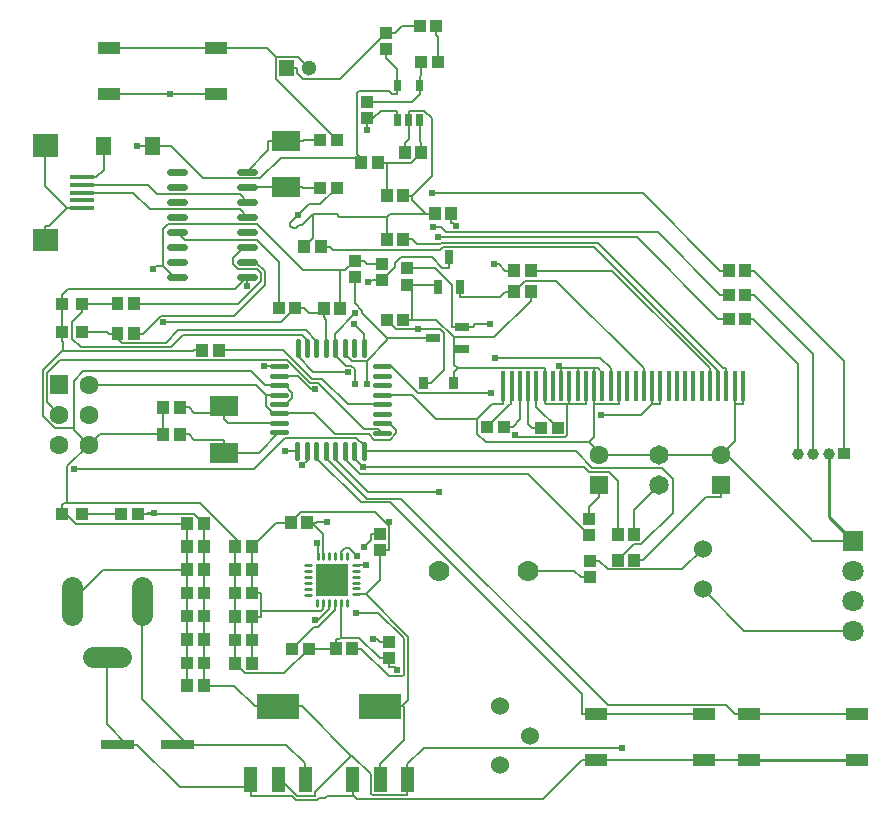
<source format=gtl>
G04 Layer: TopLayer*
G04 EasyEDA v6.4.7, 2020-10-11T20:05:18--4:00*
G04 e6b0d2e49f2c434995fed72e9f85cac0,1eb4b4baf0c945e885b29d49d8d6ac6e,10*
G04 Gerber Generator version 0.2*
G04 Scale: 100 percent, Rotated: No, Reflected: No *
G04 Dimensions in millimeters *
G04 leading zeros omitted , absolute positions ,3 integer and 3 decimal *
%FSLAX33Y33*%
%MOMM*%
G90*
D02*

%ADD10C,0.254000*%
%ADD11C,0.159995*%
%ADD12C,0.200000*%
%ADD13C,0.599999*%
%ADD14C,0.280010*%
%ADD15C,0.450012*%
%ADD16C,0.610006*%
%ADD17R,0.999998X1.099998*%
%ADD18R,2.400046X1.699997*%
%ADD19R,1.999996X0.450012*%
%ADD25R,1.099998X0.999998*%
%ADD28R,0.699999X1.250010*%
%ADD29R,1.250010X0.699999*%
%ADD31R,1.899996X0.999998*%
%ADD32R,1.092200X0.990600*%
%ADD33R,0.350520X2.499360*%
%ADD35C,0.999998*%
%ADD36C,1.524000*%
%ADD37C,1.778000*%
%ADD39C,1.299997*%
%ADD40R,1.799996X1.799996*%
%ADD41C,1.799996*%
%ADD42R,1.599997X1.524000*%
%ADD43C,1.599997*%
%ADD44C,1.651000*%

%LPD*%
G54D11*
G01X47500Y23938D02*
G01X42333Y29105D01*
G01X28188Y29105D01*
G01X26849Y30441D01*
G01X26849Y31053D01*
G01X11498Y46712D02*
G01X10885Y46712D01*
G01X10631Y46458D01*
G01X11498Y46712D02*
G01X12361Y45849D01*
G01X12651Y45849D01*
G01X26484Y46364D02*
G01X23342Y46364D01*
G01X19415Y50294D01*
G01X11884Y50294D01*
G01X11498Y49907D01*
G01X11498Y46712D01*
G01X28256Y55699D02*
G01X28256Y55501D01*
G01X28256Y55699D02*
G01X28256Y55897D01*
G01X10568Y56898D02*
G01X9692Y56898D01*
G01X9290Y56910D02*
G01X9676Y56910D01*
G01X9692Y56898D01*
G01X10080Y25783D02*
G01X14083Y25783D01*
G01X14927Y24939D01*
G01X9339Y25783D02*
G01X10080Y25783D01*
G01X10725Y25798D02*
G01X10095Y25798D01*
G01X10080Y25783D01*
G01X31320Y62028D02*
G01X31320Y61287D01*
G01X31320Y61287D02*
G01X30850Y61287D01*
G01X30606Y61528D01*
G01X28079Y61528D01*
G01X27911Y61363D01*
G01X27911Y56242D01*
G01X28256Y55897D01*
G01X30355Y64345D02*
G01X31320Y63380D01*
G01X31320Y62028D01*
G01X10568Y56898D02*
G01X12120Y56898D01*
G01X14838Y54182D01*
G01X19717Y54182D01*
G01X21431Y55897D01*
G01X28256Y55897D01*
G01X28084Y47185D02*
G01X27688Y47185D01*
G01X30024Y33443D02*
G01X30598Y33443D01*
G01X31210Y32828D01*
G01X31210Y32567D01*
G01X30690Y32046D01*
G01X29359Y32046D01*
G01X28907Y32498D01*
G01X26003Y32498D01*
G01X24248Y34253D01*
G01X21287Y34253D01*
G01X27411Y5259D02*
G01X24365Y2214D01*
G01X24365Y1940D01*
G01X24319Y1891D01*
G01X22844Y1891D01*
G01X21482Y3253D01*
G01X21223Y3253D01*
G01X32145Y1932D02*
G01X29214Y1932D01*
G01X29072Y2074D01*
G01X29072Y3700D01*
G01X27510Y5259D01*
G01X27411Y5259D01*
G01X27411Y5259D02*
G01X23217Y9450D01*
G01X20177Y35851D02*
G01X21287Y35851D01*
G01X5209Y36705D02*
G01X19323Y36705D01*
G01X20177Y35851D01*
G01X20177Y35851D02*
G01X20177Y34901D01*
G01X20824Y34253D01*
G01X21287Y34253D01*
G01X26484Y46364D02*
G01X26870Y46364D01*
G01X27688Y47185D01*
G01X26484Y46364D02*
G01X26484Y43182D01*
G01X32145Y3253D02*
G01X32145Y1932D01*
G01X32145Y3913D02*
G01X32145Y3253D01*
G01X32145Y3913D02*
G01X32145Y4574D01*
G01X28084Y47185D02*
G01X28480Y47185D01*
G01X21223Y9450D02*
G01X19229Y9450D01*
G01X14927Y11200D02*
G01X17479Y11200D01*
G01X19229Y9450D01*
G01X14927Y11200D02*
G01X14927Y13164D01*
G01X50352Y5968D02*
G01X33540Y5968D01*
G01X32145Y4574D01*
G01X14927Y21015D02*
G01X14927Y22183D01*
G01X14927Y19052D02*
G01X14927Y21015D01*
G01X14927Y22976D02*
G01X14927Y22183D01*
G01X14927Y24939D02*
G01X14927Y22976D01*
G01X14927Y17088D02*
G01X14927Y19052D01*
G01X14927Y15125D02*
G01X14927Y17088D01*
G01X21223Y9450D02*
G01X23217Y9450D01*
G01X30355Y65086D02*
G01X30355Y64345D01*
G01X14927Y13164D02*
G01X14927Y15125D01*
G01X29974Y46928D02*
G01X28734Y46928D01*
G01X28480Y47185D01*
G01X69852Y15877D02*
G01X60657Y15877D01*
G01X57152Y19382D01*
G01X2930Y41150D02*
G01X2930Y43563D01*
G01X2930Y40781D02*
G01X2930Y41150D01*
G01X38079Y33822D02*
G01X34609Y33822D01*
G01X32592Y35841D01*
G01X30024Y35841D01*
G01X40273Y35084D02*
G01X39341Y35084D01*
G01X38079Y33822D01*
G01X24159Y51122D02*
G01X23225Y50187D01*
G01X22948Y50187D01*
G01X22709Y49948D01*
G01X22442Y49948D01*
G01X22252Y50139D01*
G01X22252Y50405D01*
G01X22884Y51038D01*
G01X30415Y50895D02*
G01X26392Y50895D01*
G01X26166Y51122D01*
G01X24159Y51122D01*
G01X23430Y48389D02*
G01X24159Y49117D01*
G01X24159Y51122D01*
G01X22864Y51058D02*
G01X22884Y51038D01*
G01X22884Y51038D02*
G01X23799Y51952D01*
G01X24777Y51952D01*
G01X26166Y53342D01*
G01X18594Y45849D02*
G01X17558Y44812D01*
G01X3443Y44812D01*
G01X2930Y44299D01*
G01X47548Y31853D02*
G01X38780Y31853D01*
G01X38079Y32554D01*
G01X38079Y33822D01*
G01X47977Y35087D02*
G01X47977Y32282D01*
G01X47548Y31853D01*
G01X48389Y30736D02*
G01X48389Y31012D01*
G01X47548Y31853D01*
G01X45259Y38071D02*
G01X45259Y38079D01*
G01X45028Y38307D01*
G01X45259Y38071D02*
G01X45178Y37990D01*
G01X46577Y38071D02*
G01X45259Y38071D01*
G01X41210Y46357D02*
G01X40469Y46357D01*
G01X39514Y46882D02*
G01X39943Y46882D01*
G01X40469Y46357D01*
G01X27781Y21437D02*
G01X28653Y21437D01*
G01X18594Y45849D02*
G01X18594Y45094D01*
G01X18566Y45066D01*
G01X30609Y13524D02*
G01X29816Y13524D01*
G01X29816Y13524D02*
G01X28069Y15272D01*
G01X26537Y15272D01*
G01X21287Y36651D02*
G01X20139Y36651D01*
G01X18958Y37832D01*
G01X4726Y37832D01*
G01X3939Y37045D01*
G01X3939Y33044D01*
G01X31304Y12557D02*
G01X31076Y12783D01*
G01X30609Y12783D01*
G01X30609Y13524D02*
G01X30609Y12783D01*
G01X2930Y40781D02*
G01X2930Y40413D01*
G01X26097Y14353D02*
G01X26097Y15145D01*
G01X26537Y15272D02*
G01X26537Y18196D01*
G01X26097Y15145D02*
G01X26407Y15145D01*
G01X26537Y15272D01*
G01X23817Y14353D02*
G01X26097Y14353D01*
G01X17588Y13108D02*
G01X17588Y13090D01*
G01X18389Y12290D01*
G01X21754Y12290D01*
G01X23817Y14353D01*
G01X17588Y13108D02*
G01X17588Y13083D01*
G01X17588Y15064D02*
G01X17588Y13108D01*
G01X33738Y51183D02*
G01X30705Y51183D01*
G01X30415Y50895D01*
G01X30415Y49816D02*
G01X30415Y50895D01*
G01X14794Y39626D02*
G01X14053Y39626D01*
G01X2978Y39653D02*
G01X3075Y39557D01*
G01X13984Y39557D01*
G01X14053Y39626D01*
G01X3939Y33044D02*
G01X2315Y33044D01*
G01X1274Y34083D01*
G01X1274Y37949D01*
G01X2978Y39653D01*
G01X2978Y39653D02*
G01X2978Y40365D01*
G01X2930Y40413D01*
G01X3939Y33044D02*
G01X3939Y32895D01*
G01X5209Y31625D01*
G01X21287Y35054D02*
G01X21873Y35054D01*
G01X22412Y35592D01*
G01X22412Y36009D01*
G01X21769Y36651D01*
G01X21287Y36651D01*
G01X3357Y26654D02*
G01X14632Y26654D01*
G01X17944Y23344D01*
G01X17588Y22989D01*
G01X2930Y26519D02*
G01X3065Y26654D01*
G01X3357Y26654D01*
G01X3357Y26654D02*
G01X3357Y29773D01*
G01X5209Y31625D01*
G01X11492Y34800D02*
G01X11492Y32514D01*
G01X31939Y56390D02*
G01X31939Y57182D01*
G01X32260Y59133D02*
G01X32260Y59874D01*
G01X32559Y52707D02*
G01X34208Y54355D01*
G01X34208Y59277D01*
G01X33611Y59874D01*
G01X32260Y59874D01*
G01X32478Y52707D02*
G01X32559Y52707D01*
G01X31818Y52707D02*
G01X32478Y52707D01*
G01X30415Y49024D02*
G01X30415Y49816D01*
G01X21010Y64429D02*
G01X21010Y62559D01*
G01X26166Y57406D01*
G01X69852Y23497D02*
G01X66423Y23497D01*
G01X66296Y23624D01*
G01X66296Y23624D02*
G01X59184Y30736D01*
G01X58676Y30736D01*
G01X27548Y1932D02*
G01X27510Y1891D01*
G01X25353Y1891D01*
G01X25193Y1731D01*
G01X24708Y1731D01*
G01X24546Y1569D01*
G01X22709Y1569D01*
G01X22387Y1891D01*
G01X18950Y1891D01*
G01X18912Y1932D01*
G01X47977Y36578D02*
G01X47977Y35087D01*
G01X47977Y35087D02*
G01X50078Y35087D01*
G01X50078Y36578D02*
G01X50078Y35087D01*
G01X11492Y32514D02*
G01X6098Y32514D01*
G01X5209Y31625D01*
G01X3733Y18353D02*
G01X6392Y21015D01*
G01X13527Y21015D01*
G01X8442Y6225D02*
G01X6733Y7934D01*
G01X6733Y13654D01*
G01X8442Y6225D02*
G01X9265Y6225D01*
G01X7622Y6225D02*
G01X8442Y6225D01*
G01X46966Y4909D02*
G01X43664Y1607D01*
G01X27870Y1607D01*
G01X27548Y1932D01*
G01X17588Y21007D02*
G01X17588Y22989D01*
G01X48157Y4909D02*
G01X46966Y4909D01*
G01X57258Y4909D02*
G01X48157Y4909D01*
G01X40273Y36575D02*
G01X40273Y35084D01*
G01X47977Y38071D02*
G01X48328Y38071D01*
G01X48678Y37721D01*
G01X48678Y37324D01*
G01X13527Y13164D02*
G01X13527Y11200D01*
G01X13527Y22976D02*
G01X13527Y21015D01*
G01X13527Y21015D02*
G01X13527Y19052D01*
G01X13527Y24939D02*
G01X13527Y22976D01*
G01X2930Y26097D02*
G01X4088Y24939D01*
G01X13527Y24939D01*
G01X2930Y26097D02*
G01X2930Y26519D01*
G01X2930Y25783D02*
G01X2930Y26097D01*
G01X13527Y17088D02*
G01X13527Y19052D01*
G01X13527Y15125D02*
G01X13527Y17088D01*
G01X18912Y2592D02*
G01X12897Y2592D01*
G01X9265Y6225D01*
G01X18912Y2592D02*
G01X18912Y1932D01*
G01X18912Y3253D02*
G01X18912Y2592D01*
G01X59872Y35089D02*
G01X59872Y31932D01*
G01X58676Y30736D01*
G01X32260Y59133D02*
G01X32260Y57499D01*
G01X31939Y57182D01*
G01X17588Y19026D02*
G01X17588Y21007D01*
G01X34479Y51183D02*
G01X33738Y51183D01*
G01X33738Y51183D02*
G01X32559Y52361D01*
G01X32559Y52707D01*
G01X27548Y3253D02*
G01X27548Y1932D01*
G01X13527Y13164D02*
G01X13527Y15125D01*
G01X17588Y17045D02*
G01X17588Y19026D01*
G01X17588Y15064D02*
G01X17588Y17045D01*
G01X47977Y37324D02*
G01X47977Y36578D01*
G01X47977Y37324D02*
G01X47977Y38071D01*
G01X15983Y65198D02*
G01X20243Y65198D01*
G01X21010Y64429D01*
G01X23811Y63502D02*
G01X22884Y64429D01*
G01X21010Y64429D01*
G01X6882Y65198D02*
G01X15983Y65198D01*
G01X2930Y43563D02*
G01X2930Y44299D01*
G01X47627Y20382D02*
G01X46834Y20382D01*
G01X42409Y20957D02*
G01X46263Y20957D01*
G01X46834Y20382D01*
G01X61111Y4909D02*
G01X57258Y4909D01*
G01X45178Y36578D02*
G01X45178Y37990D01*
G01X46577Y37990D02*
G01X46577Y38071D01*
G01X46577Y36578D02*
G01X46577Y37990D01*
G01X47977Y38071D02*
G01X46577Y38071D01*
G01X48678Y36578D02*
G01X48678Y37324D01*
G01X59872Y35168D02*
G01X59872Y35089D01*
G01X59872Y36580D02*
G01X59872Y35168D01*
G01X60570Y36580D02*
G01X60570Y35089D01*
G01X60570Y35089D02*
G01X59872Y35089D01*
G01X53469Y30736D02*
G01X58676Y30736D01*
G01X53469Y30736D02*
G01X48389Y30736D01*
G01X30024Y35043D02*
G01X27108Y35043D01*
G01X24952Y37200D01*
G01X24055Y37200D01*
G01X21630Y39626D01*
G01X16197Y39626D01*
G01X16639Y33763D02*
G01X16948Y33453D01*
G01X21287Y33453D01*
G01X12895Y34800D02*
G01X13636Y34800D01*
G01X16639Y34309D02*
G01X14126Y34309D01*
G01X13636Y34800D01*
G01X16639Y34309D02*
G01X16639Y33763D01*
G01X16639Y34855D02*
G01X16639Y34309D01*
G01X12895Y32514D02*
G01X13636Y32514D01*
G01X16639Y30934D02*
G01X16639Y32026D01*
G01X16639Y32026D02*
G01X14124Y32026D01*
G01X13636Y32514D01*
G01X21287Y32653D02*
G01X19567Y30934D01*
G01X16639Y30934D01*
G01X12028Y61297D02*
G01X15983Y61297D01*
G01X8074Y61297D02*
G01X12028Y61297D01*
G01X22674Y43182D02*
G01X21480Y41990D01*
G01X11505Y41990D01*
G01X25081Y42785D02*
G01X23811Y42785D01*
G01X23415Y43182D01*
G01X6882Y61297D02*
G01X8074Y61297D01*
G01X22674Y43182D02*
G01X23415Y43182D01*
G01X25081Y42785D02*
G01X25081Y42389D01*
G01X25081Y43182D02*
G01X25081Y42785D01*
G01X25262Y39816D02*
G01X25262Y42209D01*
G01X25081Y42389D01*
G01X12651Y49659D02*
G01X13362Y48947D01*
G01X19415Y48947D01*
G01X21274Y47088D01*
G01X21274Y43182D01*
G01X21846Y57334D02*
G01X20403Y57334D01*
G01X20403Y57334D02*
G01X20403Y56547D01*
G01X18594Y54739D01*
G01X22567Y57334D02*
G01X21846Y57334D01*
G01X22567Y57334D02*
G01X23288Y57334D01*
G01X24767Y57406D02*
G01X23359Y57406D01*
G01X23288Y57334D01*
G01X22348Y53413D02*
G01X22293Y53469D01*
G01X18594Y53469D01*
G01X22348Y53413D02*
G01X23288Y53413D01*
G01X21846Y53413D02*
G01X22348Y53413D01*
G01X24767Y53342D02*
G01X23359Y53342D01*
G01X23288Y53413D01*
G01X4584Y53611D02*
G01X10207Y53611D01*
G01X10984Y52834D01*
G01X17959Y52834D01*
G01X18594Y52199D01*
G01X4584Y52961D02*
G01X8950Y52961D01*
G01X10347Y51564D01*
G01X17959Y51564D01*
G01X18594Y50929D01*
G01X18594Y48389D02*
G01X18358Y48389D01*
G01X17395Y47426D01*
G01X17395Y46913D01*
G01X17825Y46484D01*
G01X19443Y46484D01*
G01X19747Y46179D01*
G01X19747Y45470D01*
G01X17840Y43563D01*
G01X9763Y43563D01*
G01X9021Y43563D02*
G01X9763Y43563D01*
G01X18594Y47119D02*
G01X19265Y47119D01*
G01X20070Y46311D01*
G01X20070Y45099D01*
G01X17507Y42536D01*
G01X11277Y42536D01*
G01X9763Y41023D01*
G01X9021Y41023D02*
G01X9763Y41023D01*
G01X1515Y48960D02*
G01X1515Y50154D01*
G01X1515Y50154D02*
G01X1835Y50154D01*
G01X3342Y51660D01*
G01X1515Y56961D02*
G01X1515Y53489D01*
G01X3342Y51660D01*
G01X4584Y51660D02*
G01X3342Y51660D01*
G01X4584Y54261D02*
G01X5828Y54261D01*
G01X6453Y56898D02*
G01X6453Y55920D01*
G01X6453Y55920D02*
G01X6453Y54886D01*
G01X5828Y54261D01*
G54D12*
G01X13552Y6225D02*
G01X21917Y6225D01*
G01X23509Y4632D01*
G01X9732Y18353D02*
G01X9732Y10045D01*
G01X13552Y6225D01*
G01X23509Y3253D02*
G01X23509Y4632D01*
G01X12702Y6225D02*
G01X13552Y6225D01*
G54D11*
G01X30024Y38241D02*
G01X30809Y38241D01*
G01X33049Y36001D01*
G01X39206Y36001D01*
G01X48292Y21785D02*
G01X48419Y21785D01*
G01X48274Y21785D02*
G01X48292Y21785D01*
G01X47627Y21785D02*
G01X48274Y21785D01*
G01X57152Y22783D02*
G01X55422Y21053D01*
G01X49148Y21053D01*
G01X48419Y21785D01*
G01X60774Y46357D02*
G01X61515Y46357D01*
G01X61515Y46357D02*
G01X69135Y38737D01*
G01X69135Y30863D01*
G01X66534Y30863D02*
G01X66534Y39305D01*
G01X61515Y44325D01*
G01X60774Y44325D02*
G01X61515Y44325D01*
G01X65234Y30863D02*
G01X65234Y38447D01*
G01X61388Y42293D01*
G01X60773Y42293D02*
G01X61388Y42293D01*
G01X21287Y38251D02*
G01X19986Y38251D01*
G01X59371Y46357D02*
G01X58630Y46357D01*
G01X34284Y52905D02*
G01X52082Y52905D01*
G01X58630Y46357D01*
G01X22851Y31053D02*
G01X21800Y31053D01*
G01X59374Y44325D02*
G01X58630Y44325D01*
G01X34299Y50017D02*
G01X35020Y50017D01*
G01X35445Y49592D01*
G01X53362Y49592D01*
G01X58630Y44325D01*
G01X58503Y42293D02*
G01X51569Y49227D01*
G01X34792Y49227D01*
G01X59372Y42293D02*
G01X58503Y42293D01*
G01X23651Y31053D02*
G01X23651Y30253D01*
G01X23260Y29862D01*
G01X28460Y39816D02*
G01X28460Y40964D01*
G01X27621Y41805D01*
G01X28996Y59244D02*
G01X28767Y59018D01*
G01X28767Y58259D01*
G01X28996Y59244D02*
G01X29285Y59244D01*
G01X28704Y59244D02*
G01X28996Y59244D01*
G01X29285Y59244D02*
G01X29915Y59874D01*
G01X31320Y59874D01*
G01X31320Y59133D02*
G01X31320Y59874D01*
G01X30400Y55501D02*
G01X32453Y55501D01*
G01X33342Y56390D01*
G01X29659Y55501D02*
G01X30400Y55501D01*
G01X30415Y52707D02*
G01X30415Y55483D01*
G01X30400Y55501D01*
G01X33342Y56390D02*
G01X33342Y57182D01*
G01X33199Y59133D02*
G01X33199Y57322D01*
G01X33342Y57182D01*
G01X33199Y62028D02*
G01X33199Y62770D01*
G01X33339Y64010D02*
G01X33339Y62910D01*
G01X33199Y62770D01*
G01X33199Y62028D02*
G01X33199Y61287D01*
G01X28704Y60647D02*
G01X32559Y60647D01*
G01X33199Y61287D01*
G01X30355Y66486D02*
G01X31147Y66486D01*
G01X33212Y67058D02*
G01X31716Y67058D01*
G01X31147Y66486D01*
G01X21912Y63502D02*
G01X22803Y63502D01*
G01X22803Y63502D02*
G01X22803Y63054D01*
G01X23286Y62572D01*
G01X26440Y62572D01*
G01X30355Y66486D01*
G01X34612Y67058D02*
G01X34612Y66265D01*
G01X34739Y64010D02*
G01X34739Y66138D01*
G01X34612Y66265D01*
G01X41068Y33149D02*
G01X41678Y33758D01*
G01X41678Y36578D01*
G01X40327Y33149D02*
G01X41068Y33149D01*
G01X40977Y36578D02*
G01X40977Y35087D01*
G01X40977Y35087D02*
G01X40862Y35087D01*
G01X38927Y33149D01*
G01X43077Y36578D02*
G01X43077Y34843D01*
G01X44899Y33022D01*
G01X43499Y33022D02*
G01X42755Y33022D01*
G01X42379Y36578D02*
G01X42379Y33400D01*
G01X42755Y33022D01*
G01X30436Y24911D02*
G01X30568Y25043D01*
G01X30436Y24911D02*
G01X30639Y24711D01*
G01X30639Y22668D01*
G01X22287Y25021D02*
G01X23154Y25884D01*
G01X29463Y25884D01*
G01X30436Y24911D01*
G01X45691Y35087D02*
G01X45691Y32414D01*
G01X45506Y32229D01*
G01X41472Y32229D01*
G01X41294Y32407D01*
G01X45691Y35087D02*
G01X45876Y35087D01*
G01X43778Y35165D02*
G01X43857Y35087D01*
G01X45691Y35087D01*
G01X47279Y35087D02*
G01X45876Y35087D01*
G01X28620Y18937D02*
G01X32249Y15305D01*
G01X32249Y10019D01*
G01X31680Y9450D01*
G01X27781Y18937D02*
G01X28620Y18937D01*
G01X29847Y22668D02*
G01X29847Y20164D01*
G01X28620Y18937D01*
G01X42613Y44579D02*
G01X42613Y43786D01*
G01X42613Y43786D02*
G01X39524Y40700D01*
G01X36077Y40700D01*
G01X19006Y22989D02*
G01X21038Y25021D01*
G01X22287Y25021D01*
G01X29847Y22668D02*
G01X30639Y22668D01*
G01X36070Y37202D02*
G01X36070Y36832D01*
G01X36070Y37202D02*
G01X36070Y37573D01*
G01X36077Y40700D02*
G01X36077Y39692D01*
G01X32559Y42166D02*
G01X34612Y42166D01*
G01X36077Y40700D01*
G01X18991Y21800D02*
G01X19006Y21818D01*
G01X19006Y22989D01*
G01X36407Y38071D02*
G01X36077Y38401D01*
G01X36077Y39692D01*
G01X43778Y38071D02*
G01X36407Y38071D01*
G01X36407Y38071D02*
G01X36070Y37731D01*
G01X36070Y37573D01*
G01X43778Y36578D02*
G01X43778Y38071D01*
G01X43778Y35871D02*
G01X43778Y36578D01*
G01X36377Y39692D02*
G01X36077Y39692D01*
G01X31680Y9450D02*
G01X31853Y9450D01*
G01X29859Y9450D02*
G01X31680Y9450D01*
G01X18991Y17045D02*
G01X19732Y17045D01*
G01X19732Y17550D02*
G01X19732Y19026D01*
G01X19732Y17045D02*
G01X19732Y17550D01*
G01X25038Y18196D02*
G01X25038Y17718D01*
G01X24871Y17550D01*
G01X19732Y17550D01*
G01X43778Y35871D02*
G01X43778Y35165D01*
G01X18991Y21007D02*
G01X18991Y21800D01*
G01X18991Y19026D02*
G01X18991Y21007D01*
G01X18991Y22989D02*
G01X19006Y22989D01*
G01X36377Y39692D02*
G01X36811Y39692D01*
G01X32559Y45147D02*
G01X32559Y42166D01*
G01X29859Y3253D02*
G01X29859Y4574D01*
G01X29859Y4574D02*
G01X31853Y6570D01*
G01X31853Y9450D01*
G01X18991Y17045D02*
G01X18991Y15064D01*
G01X18991Y13083D02*
G01X18991Y15064D01*
G01X18991Y19026D02*
G01X19732Y19026D01*
G01X32559Y45147D02*
G01X34739Y45147D01*
G01X32133Y45147D02*
G01X32559Y45147D01*
G01X31818Y42166D02*
G01X32559Y42166D01*
G01X34739Y44980D02*
G01X34739Y45147D01*
G01X45876Y35168D02*
G01X45876Y35087D01*
G01X45876Y36578D02*
G01X45876Y35168D01*
G01X47279Y36578D02*
G01X47279Y35087D01*
G01X57779Y38071D02*
G01X49491Y46357D01*
G01X42613Y46357D01*
G01X57779Y36578D02*
G01X57779Y38071D01*
G01X58477Y36578D02*
G01X58477Y37827D01*
G01X47926Y48378D01*
G01X35170Y48378D01*
G01X34904Y48109D01*
G01X25854Y48109D01*
G01X25574Y48389D01*
G01X24833Y48389D02*
G01X25574Y48389D01*
G01X59173Y38071D02*
G01X58912Y38071D01*
G01X48282Y48701D01*
G01X35038Y48701D01*
G01X34904Y48566D01*
G01X33016Y48566D01*
G01X32559Y49024D01*
G01X31818Y49024D02*
G01X32559Y49024D01*
G01X59173Y36580D02*
G01X59173Y38071D01*
G01X34172Y36832D02*
G01X35264Y37924D01*
G01X35264Y41056D01*
G01X34949Y41370D01*
G01X33034Y41370D01*
G01X39565Y38973D02*
G01X48475Y38973D01*
G01X49377Y38071D01*
G01X49377Y36578D02*
G01X49377Y38071D01*
G01X35882Y51183D02*
G01X35882Y50390D01*
G01X35882Y50390D02*
G01X35986Y50390D01*
G01X36237Y50139D01*
G01X30418Y42166D02*
G01X31210Y41370D01*
G01X33034Y41370D01*
G01X33530Y36832D02*
G01X34172Y36832D01*
G01X26059Y39816D02*
G01X26059Y39191D01*
G01X26948Y38302D01*
G01X27400Y38302D01*
G01X27723Y37982D01*
G01X27723Y36722D01*
G01X23690Y25021D02*
G01X24431Y25021D01*
G01X25318Y25046D02*
G01X24457Y25046D01*
G01X24431Y25021D01*
G01X27761Y42727D02*
G01X26059Y41025D01*
G01X26059Y39816D01*
G01X29974Y45528D02*
G01X29181Y45528D01*
G01X28818Y45384D02*
G01X29036Y45384D01*
G01X29181Y45528D01*
G01X35689Y46611D02*
G01X35097Y46611D01*
G01X34228Y47479D01*
G01X31604Y47479D01*
G01X31099Y46976D01*
G01X31099Y46656D01*
G01X29974Y45528D01*
G01X24060Y25021D02*
G01X25054Y24027D01*
G01X25054Y22193D01*
G01X23690Y25021D02*
G01X24060Y25021D01*
G01X35689Y47479D02*
G01X35689Y46611D01*
G01X41210Y44579D02*
G01X40469Y44579D01*
G01X36638Y44980D02*
G01X36638Y44111D01*
G01X36638Y44111D02*
G01X40004Y44111D01*
G01X40469Y44579D01*
G01X52178Y38071D02*
G01X44779Y45468D01*
G01X42099Y45468D01*
G01X41210Y44579D01*
G01X52178Y36578D02*
G01X52178Y38071D01*
G01X28711Y36740D02*
G01X28711Y38737D01*
G01X28711Y38737D02*
G01X30464Y40487D01*
G01X30464Y40642D01*
G01X26859Y39816D02*
G01X26859Y39313D01*
G01X27436Y38737D01*
G01X28711Y38737D01*
G01X29054Y24068D02*
G01X29054Y23517D01*
G01X28475Y22935D01*
G01X29847Y24068D02*
G01X29054Y24068D01*
G01X24553Y22193D02*
G01X24553Y23204D01*
G01X24487Y23270D01*
G01X27688Y45782D02*
G01X27688Y43575D01*
G01X28310Y42955D01*
G01X28310Y42795D01*
G01X30464Y40642D01*
G01X34312Y40642D02*
G01X30464Y40642D01*
G01X52877Y35087D02*
G01X51932Y34139D01*
G01X48531Y34139D01*
G01X36811Y41591D02*
G01X37680Y41591D01*
G01X39123Y41805D02*
G01X37891Y41805D01*
G01X37680Y41591D01*
G01X52877Y35460D02*
G01X52877Y35087D01*
G01X52877Y35831D02*
G01X52877Y35460D01*
G01X35945Y41591D02*
G01X35945Y45092D01*
G01X34487Y46550D01*
G01X32133Y46550D01*
G01X52877Y35831D02*
G01X52877Y36578D01*
G01X36811Y41591D02*
G01X35945Y41591D01*
G01X53578Y36578D02*
G01X53578Y35087D01*
G01X53578Y35087D02*
G01X52877Y35087D01*
G01X25539Y18196D02*
G01X25539Y17703D01*
G01X24579Y16743D01*
G01X24347Y16743D01*
G01X30609Y14927D02*
G01X29816Y14927D01*
G01X29227Y15173D02*
G01X29567Y15173D01*
G01X29816Y14927D01*
G01X26037Y18196D02*
G01X26037Y17632D01*
G01X24599Y16197D01*
G01X24259Y16197D01*
G01X22417Y14353D01*
G01X27500Y14353D02*
G01X28241Y14353D01*
G01X27911Y22171D02*
G01X27220Y22862D01*
G01X26885Y22862D01*
G01X26552Y22529D01*
G01X26552Y22193D01*
G01X28241Y14353D02*
G01X30591Y12003D01*
G01X31721Y12003D01*
G01X31856Y12138D01*
G01X31856Y15244D01*
G01X29697Y17401D01*
G01X27771Y17401D01*
G01X48389Y28196D02*
G01X48389Y27192D01*
G01X48389Y27192D02*
G01X47500Y26303D01*
G01X47500Y25338D01*
G01X27649Y31053D02*
G01X27649Y30461D01*
G01X28371Y29742D01*
G01X49973Y24005D02*
G01X49973Y28549D01*
G01X49191Y29333D01*
G01X47500Y29333D01*
G01X47091Y29742D01*
G01X28371Y29742D01*
G01X53469Y28196D02*
G01X51376Y26103D01*
G01X51376Y24005D01*
G01X28450Y31053D02*
G01X46400Y31053D01*
G01X47794Y29656D01*
G01X53682Y29656D01*
G01X54614Y28721D01*
G01X54614Y25851D01*
G01X51978Y23212D01*
G01X51340Y23212D01*
G01X49973Y21846D01*
G01X28450Y31053D02*
G01X28450Y31564D01*
G01X27837Y32176D01*
G01X21828Y32176D01*
G01X19204Y29552D01*
G01X3926Y29552D01*
G01X51376Y21846D02*
G01X52117Y21846D01*
G01X58676Y28196D02*
G01X58676Y27192D01*
G01X58676Y27192D02*
G01X57461Y27192D01*
G01X52117Y21846D01*
G01X27174Y37756D02*
G01X24208Y37756D01*
G01X22862Y39102D01*
G01X22862Y39816D01*
G01X4632Y43563D02*
G01X4632Y42826D01*
G01X4632Y42826D02*
G01X3784Y41975D01*
G01X3784Y40588D01*
G01X4492Y39880D01*
G01X12181Y39880D01*
G01X13184Y40883D01*
G01X23215Y40883D01*
G01X23662Y40436D01*
G01X23662Y39816D01*
G01X7619Y43563D02*
G01X4632Y43563D01*
G01X7248Y41023D02*
G01X8041Y40230D01*
G01X11703Y40230D01*
G01X12757Y41284D01*
G01X23560Y41284D01*
G01X24462Y40382D01*
G01X24462Y39816D01*
G01X7248Y41023D02*
G01X6877Y41023D01*
G01X7619Y41023D02*
G01X7248Y41023D01*
G01X4632Y41150D02*
G01X6750Y41150D01*
G01X6877Y41023D01*
G01X30024Y32643D02*
G01X29702Y32966D01*
G01X28467Y32966D01*
G01X24556Y36877D01*
G01X23921Y36877D01*
G01X21983Y38815D01*
G01X2742Y38815D01*
G01X1627Y37700D01*
G01X1627Y35206D01*
G01X2669Y34165D01*
G01X26049Y31053D02*
G01X26049Y30405D01*
G01X28858Y27596D01*
G01X34810Y27596D01*
G01X59920Y8810D02*
G01X59176Y9552D01*
G01X49140Y9552D01*
G01X31645Y27047D01*
G01X28706Y27047D01*
G01X25252Y30502D01*
G01X25252Y31053D01*
G01X61111Y8810D02*
G01X59920Y8810D01*
G01X70212Y8810D02*
G01X61111Y8810D01*
G01X46966Y8810D02*
G01X46966Y10471D01*
G01X30713Y26725D01*
G01X28216Y26725D01*
G01X24452Y30489D01*
G01X24452Y31053D01*
G01X48157Y8810D02*
G01X46966Y8810D01*
G01X57258Y8810D02*
G01X48157Y8810D01*
G01X21287Y37451D02*
G01X22884Y37451D01*
G01X24007Y36331D01*
G01X24317Y36331D01*
G01X4632Y25783D02*
G01X7939Y25783D01*
G54D10*
G01X70211Y4910D02*
G01X61111Y4910D01*
G01X67834Y30863D02*
G01X67834Y25514D01*
G01X69852Y23497D01*
G54D13*
G01X13251Y54739D02*
G01X12051Y54739D01*
G01X13251Y53469D02*
G01X12051Y53469D01*
G01X13251Y52199D02*
G01X12051Y52199D01*
G01X13251Y50929D02*
G01X12051Y50929D01*
G01X13251Y49659D02*
G01X12051Y49659D01*
G01X13251Y48389D02*
G01X12051Y48389D01*
G01X13251Y47119D02*
G01X12051Y47119D01*
G01X13251Y45849D02*
G01X12051Y45849D01*
G01X19194Y54739D02*
G01X17994Y54739D01*
G01X19194Y53469D02*
G01X17994Y53469D01*
G01X19194Y52199D02*
G01X17994Y52199D01*
G01X19194Y50929D02*
G01X17994Y50929D01*
G01X19194Y49659D02*
G01X17994Y49659D01*
G01X19194Y48389D02*
G01X17994Y48389D01*
G01X19194Y47119D02*
G01X17994Y47119D01*
G01X19194Y45849D02*
G01X17994Y45849D01*
G54D14*
G01X23523Y21426D02*
G01X24043Y21426D01*
G01X23523Y20926D02*
G01X24043Y20926D01*
G01X23523Y20426D02*
G01X24043Y20426D01*
G01X23523Y19928D02*
G01X24043Y19928D01*
G01X23523Y19427D02*
G01X24043Y19427D01*
G01X23523Y18927D02*
G01X24043Y18927D01*
G01X24538Y18455D02*
G01X24538Y17935D01*
G01X25038Y18455D02*
G01X25038Y17935D01*
G01X25539Y18455D02*
G01X25539Y17935D01*
G01X26037Y18455D02*
G01X26037Y17935D01*
G01X26537Y18455D02*
G01X26537Y17935D01*
G01X27037Y18455D02*
G01X27037Y17935D01*
G01X27523Y18937D02*
G01X28042Y18937D01*
G01X27523Y19438D02*
G01X28042Y19438D01*
G01X27523Y19938D02*
G01X28042Y19938D01*
G01X27523Y20436D02*
G01X28042Y20436D01*
G01X27523Y20936D02*
G01X28042Y20936D01*
G01X27523Y21437D02*
G01X28042Y21437D01*
G01X27053Y22454D02*
G01X27053Y21935D01*
G01X26552Y22454D02*
G01X26552Y21935D01*
G01X26052Y22454D02*
G01X26052Y21935D01*
G01X25554Y22454D02*
G01X25554Y21935D01*
G01X25054Y22454D02*
G01X25054Y21935D01*
G01X24553Y22454D02*
G01X24553Y21935D01*
G54D15*
G01X22862Y40416D02*
G01X22862Y39216D01*
G01X23662Y40416D02*
G01X23662Y39216D01*
G01X24462Y40416D02*
G01X24462Y39216D01*
G01X25262Y40416D02*
G01X25262Y39216D01*
G01X26059Y40416D02*
G01X26059Y39216D01*
G01X26859Y40416D02*
G01X26859Y39216D01*
G01X27660Y40416D02*
G01X27660Y39216D01*
G01X28460Y40416D02*
G01X28460Y39216D01*
G01X29424Y38241D02*
G01X30624Y38241D01*
G01X29424Y37441D02*
G01X30624Y37441D01*
G01X29424Y36641D02*
G01X30624Y36641D01*
G01X29424Y35841D02*
G01X30624Y35841D01*
G01X29424Y35043D02*
G01X30624Y35043D01*
G01X29424Y34243D02*
G01X30624Y34243D01*
G01X29424Y33443D02*
G01X30624Y33443D01*
G01X29424Y32643D02*
G01X30624Y32643D01*
G01X28450Y31653D02*
G01X28450Y30453D01*
G01X27649Y31653D02*
G01X27649Y30453D01*
G01X26849Y31653D02*
G01X26849Y30453D01*
G01X26049Y31653D02*
G01X26049Y30453D01*
G01X25252Y31653D02*
G01X25252Y30453D01*
G01X24452Y31653D02*
G01X24452Y30453D01*
G01X23651Y31653D02*
G01X23651Y30453D01*
G01X22851Y31653D02*
G01X22851Y30453D01*
G01X20687Y32653D02*
G01X21887Y32653D01*
G01X20687Y33453D02*
G01X21887Y33453D01*
G01X20687Y34253D02*
G01X21887Y34253D01*
G01X20687Y35054D02*
G01X21887Y35054D01*
G01X20687Y35851D02*
G01X21887Y35851D01*
G01X20687Y36651D02*
G01X21887Y36651D01*
G01X20687Y37451D02*
G01X21887Y37451D01*
G01X20687Y38251D02*
G01X21887Y38251D01*
G54D17*
G01X14926Y19052D03*
G01X13526Y19052D03*
G36*
G01X13026Y21564D02*
G01X14026Y21564D01*
G01X14026Y20464D01*
G01X13026Y20464D01*
G01X13026Y21564D01*
G37*
G36*
G01X14426Y21564D02*
G01X15426Y21564D01*
G01X15426Y20464D01*
G01X14426Y20464D01*
G01X14426Y21564D01*
G37*
G36*
G01X13026Y23527D02*
G01X14026Y23527D01*
G01X14026Y22427D01*
G01X13026Y22427D01*
G01X13026Y23527D01*
G37*
G36*
G01X14426Y23527D02*
G01X15426Y23527D01*
G01X15426Y22427D01*
G01X14426Y22427D01*
G01X14426Y23527D01*
G37*
G36*
G01X14295Y40175D02*
G01X15295Y40175D01*
G01X15295Y39075D01*
G01X14295Y39075D01*
G01X14295Y40175D01*
G37*
G36*
G01X15695Y40175D02*
G01X16695Y40175D01*
G01X16695Y39075D01*
G01X15695Y39075D01*
G01X15695Y40175D01*
G37*
G36*
G01X10993Y35349D02*
G01X11993Y35349D01*
G01X11993Y34249D01*
G01X10993Y34249D01*
G01X10993Y35349D01*
G37*
G36*
G01X12393Y35349D02*
G01X13393Y35349D01*
G01X13393Y34249D01*
G01X12393Y34249D01*
G01X12393Y35349D01*
G37*
G36*
G01X10993Y33063D02*
G01X11993Y33063D01*
G01X11993Y31963D01*
G01X10993Y31963D01*
G01X10993Y33063D01*
G37*
G36*
G01X12393Y33063D02*
G01X13393Y33063D01*
G01X13393Y31963D01*
G01X12393Y31963D01*
G01X12393Y33063D01*
G37*
G54D18*
G01X16639Y34855D03*
G01X16638Y30934D03*
G54D17*
G01X22673Y43182D03*
G01X21273Y43182D03*
G36*
G01X24582Y43731D02*
G01X25582Y43731D01*
G01X25582Y42631D01*
G01X24582Y42631D01*
G01X24582Y43731D01*
G37*
G36*
G01X25982Y43731D02*
G01X26982Y43731D01*
G01X26982Y42631D01*
G01X25982Y42631D01*
G01X25982Y43731D01*
G37*
G01X14926Y17089D03*
G01X13526Y17089D03*
G54D18*
G01X21846Y57334D03*
G01X21845Y53413D03*
G54D17*
G01X26165Y53342D03*
G01X24765Y53342D03*
G01X26165Y57406D03*
G01X24765Y57406D03*
G54D19*
G01X4585Y51660D03*
G01X4585Y52310D03*
G01X4585Y52961D03*
G01X4585Y53611D03*
G01X4585Y54261D03*
G36*
G01X464Y49910D02*
G01X2564Y49910D01*
G01X2564Y48011D01*
G01X464Y48011D01*
G01X464Y49910D01*
G37*
G36*
G01X464Y57910D02*
G01X2564Y57910D01*
G01X2564Y56011D01*
G01X464Y56011D01*
G01X464Y57910D01*
G37*
G36*
G01X5818Y57633D02*
G01X7088Y57633D01*
G01X7088Y56162D01*
G01X5818Y56162D01*
G01X5818Y57633D01*
G37*
G36*
G01X9933Y57633D02*
G01X11203Y57633D01*
G01X11203Y56162D01*
G01X9933Y56162D01*
G01X9933Y57633D01*
G37*
G36*
G01X18366Y4332D02*
G01X19458Y4332D01*
G01X19458Y2173D01*
G01X18366Y2173D01*
G01X18366Y4332D01*
G37*
G36*
G01X20677Y4332D02*
G01X21769Y4332D01*
G01X21769Y2173D01*
G01X20677Y2173D01*
G01X20677Y4332D01*
G37*
G36*
G01X22963Y4332D02*
G01X24055Y4332D01*
G01X24055Y2173D01*
G01X22963Y2173D01*
G01X22963Y4332D01*
G37*
G36*
G01X19471Y10530D02*
G01X22976Y10530D01*
G01X22976Y8371D01*
G01X19471Y8371D01*
G01X19471Y10530D01*
G37*
G36*
G01X13026Y11751D02*
G01X14026Y11751D01*
G01X14026Y10651D01*
G01X13026Y10651D01*
G01X13026Y11751D01*
G37*
G36*
G01X14426Y11751D02*
G01X15426Y11751D01*
G01X15426Y10651D01*
G01X14426Y10651D01*
G01X14426Y11751D01*
G37*
G36*
G01X6222Y6625D02*
G01X9022Y6625D01*
G01X9022Y5825D01*
G01X6222Y5825D01*
G01X6222Y6625D01*
G37*
G36*
G01X11302Y6625D02*
G01X14102Y6625D01*
G01X14102Y5825D01*
G01X11302Y5825D01*
G01X11302Y6625D01*
G37*
G54D25*
G01X47627Y21784D03*
G01X47627Y20383D03*
G36*
G01X58873Y46906D02*
G01X59873Y46906D01*
G01X59873Y45806D01*
G01X58873Y45806D01*
G01X58873Y46906D01*
G37*
G36*
G01X60273Y46906D02*
G01X61273Y46906D01*
G01X61273Y45806D01*
G01X60273Y45806D01*
G01X60273Y46906D01*
G37*
G54D17*
G01X60773Y44325D03*
G01X59372Y44325D03*
G01X60773Y42293D03*
G01X59372Y42293D03*
G36*
G01X31044Y59633D02*
G01X31595Y59633D01*
G01X31595Y58633D01*
G01X31044Y58633D01*
G01X31044Y59633D01*
G37*
G36*
G01X31984Y59633D02*
G01X32535Y59633D01*
G01X32535Y58633D01*
G01X31984Y58633D01*
G01X31984Y59633D01*
G37*
G36*
G01X32924Y59633D02*
G01X33475Y59633D01*
G01X33475Y58633D01*
G01X32924Y58633D01*
G01X32924Y59633D01*
G37*
G36*
G01X32924Y62528D02*
G01X33475Y62528D01*
G01X33475Y61528D01*
G01X32924Y61528D01*
G01X32924Y62528D01*
G37*
G36*
G01X31044Y62528D02*
G01X31595Y62528D01*
G01X31595Y61528D01*
G01X31044Y61528D01*
G01X31044Y62528D01*
G37*
G54D25*
G01X30355Y65087D03*
G01X30355Y66487D03*
G54D17*
G01X34611Y67058D03*
G01X33211Y67058D03*
G01X34738Y64010D03*
G01X33338Y64010D03*
G36*
G01X31440Y56939D02*
G01X32440Y56939D01*
G01X32440Y55839D01*
G01X31440Y55839D01*
G01X31440Y56939D01*
G37*
G36*
G01X32840Y56939D02*
G01X33840Y56939D01*
G01X33840Y55839D01*
G01X32840Y55839D01*
G01X32840Y56939D01*
G37*
G36*
G01X29916Y53256D02*
G01X30916Y53256D01*
G01X30916Y52156D01*
G01X29916Y52156D01*
G01X29916Y53256D01*
G37*
G36*
G01X31316Y53256D02*
G01X32316Y53256D01*
G01X32316Y52156D01*
G01X31316Y52156D01*
G01X31316Y53256D01*
G37*
G36*
G01X27757Y56050D02*
G01X28757Y56050D01*
G01X28757Y54950D01*
G01X27757Y54950D01*
G01X27757Y56050D01*
G37*
G36*
G01X29157Y56050D02*
G01X30157Y56050D01*
G01X30157Y54950D01*
G01X29157Y54950D01*
G01X29157Y56050D01*
G37*
G54D25*
G01X28704Y60646D03*
G01X28704Y59245D03*
G36*
G01X13026Y25490D02*
G01X14026Y25490D01*
G01X14026Y24390D01*
G01X13026Y24390D01*
G01X13026Y25490D01*
G37*
G36*
G01X14426Y25490D02*
G01X15426Y25490D01*
G01X15426Y24390D01*
G01X14426Y24390D01*
G01X14426Y25490D01*
G37*
G54D17*
G01X40326Y33149D03*
G01X38926Y33149D03*
G01X44898Y33022D03*
G01X43498Y33022D03*
G36*
G01X17089Y23538D02*
G01X18089Y23538D01*
G01X18089Y22438D01*
G01X17089Y22438D01*
G01X17089Y23538D01*
G37*
G36*
G01X18489Y23538D02*
G01X19489Y23538D01*
G01X19489Y22438D01*
G01X18489Y22438D01*
G01X18489Y23538D01*
G37*
G36*
G01X17089Y21557D02*
G01X18089Y21557D01*
G01X18089Y20457D01*
G01X17089Y20457D01*
G01X17089Y21557D01*
G37*
G36*
G01X18489Y21557D02*
G01X19489Y21557D01*
G01X19489Y20457D01*
G01X18489Y20457D01*
G01X18489Y21557D01*
G37*
G36*
G01X40711Y46906D02*
G01X41711Y46906D01*
G01X41711Y45806D01*
G01X40711Y45806D01*
G01X40711Y46906D01*
G37*
G36*
G01X42111Y46906D02*
G01X43111Y46906D01*
G01X43111Y45806D01*
G01X42111Y45806D01*
G01X42111Y46906D01*
G37*
G36*
G01X22931Y48938D02*
G01X23931Y48938D01*
G01X23931Y47838D01*
G01X22931Y47838D01*
G01X22931Y48938D01*
G37*
G36*
G01X24331Y48938D02*
G01X25331Y48938D01*
G01X25331Y47838D01*
G01X24331Y47838D01*
G01X24331Y48938D01*
G37*
G36*
G01X29916Y49573D02*
G01X30916Y49573D01*
G01X30916Y48473D01*
G01X29916Y48473D01*
G01X29916Y49573D01*
G37*
G36*
G01X31316Y49573D02*
G01X32316Y49573D01*
G01X32316Y48473D01*
G01X31316Y48473D01*
G01X31316Y49573D01*
G37*
G36*
G01X33129Y37332D02*
G01X33930Y37332D01*
G01X33930Y36332D01*
G01X33129Y36332D01*
G01X33129Y37332D01*
G37*
G36*
G01X35669Y37332D02*
G01X36470Y37332D01*
G01X36470Y36332D01*
G01X35669Y36332D01*
G01X35669Y37332D01*
G37*
G01X31817Y42166D03*
G01X30417Y42166D03*
G36*
G01X33980Y51732D02*
G01X34980Y51732D01*
G01X34980Y50632D01*
G01X33980Y50632D01*
G01X33980Y51732D01*
G37*
G36*
G01X35380Y51732D02*
G01X36380Y51732D01*
G01X36380Y50632D01*
G01X35380Y50632D01*
G01X35380Y51732D01*
G37*
G36*
G01X27002Y4332D02*
G01X28094Y4332D01*
G01X28094Y2173D01*
G01X27002Y2173D01*
G01X27002Y4332D01*
G37*
G36*
G01X29313Y4332D02*
G01X30405Y4332D01*
G01X30405Y2173D01*
G01X29313Y2173D01*
G01X29313Y4332D01*
G37*
G36*
G01X31599Y4332D02*
G01X32691Y4332D01*
G01X32691Y2173D01*
G01X31599Y2173D01*
G01X31599Y4332D01*
G37*
G36*
G01X28107Y10530D02*
G01X31612Y10530D01*
G01X31612Y8371D01*
G01X28107Y8371D01*
G01X28107Y10530D01*
G37*
G01X14926Y13163D03*
G01X13526Y13163D03*
G36*
G01X17089Y13632D02*
G01X18089Y13632D01*
G01X18089Y12532D01*
G01X17089Y12532D01*
G01X17089Y13632D01*
G37*
G36*
G01X18489Y13632D02*
G01X19489Y13632D01*
G01X19489Y12532D01*
G01X18489Y12532D01*
G01X18489Y13632D01*
G37*
G01X18989Y15064D03*
G01X17589Y15064D03*
G36*
G01X13026Y15676D02*
G01X14026Y15676D01*
G01X14026Y14576D01*
G01X13026Y14576D01*
G01X13026Y15676D01*
G37*
G36*
G01X14426Y15676D02*
G01X15426Y15676D01*
G01X15426Y14576D01*
G01X14426Y14576D01*
G01X14426Y15676D01*
G37*
G54D28*
G01X35689Y47479D03*
G01X36638Y44980D03*
G01X34739Y44980D03*
G54D29*
G01X34312Y40642D03*
G01X36811Y41591D03*
G01X36811Y39692D03*
G54D25*
G01X32133Y46549D03*
G01X32133Y45148D03*
G01X27688Y47184D03*
G01X27688Y45783D03*
G36*
G01X40711Y45128D02*
G01X41711Y45128D01*
G01X41711Y44028D01*
G01X40711Y44028D01*
G01X40711Y45128D01*
G37*
G36*
G01X42111Y45128D02*
G01X43111Y45128D01*
G01X43111Y44028D01*
G01X42111Y44028D01*
G01X42111Y45128D01*
G37*
G01X29974Y45529D03*
G01X29974Y46929D03*
G36*
G01X24442Y21522D02*
G01X27123Y21522D01*
G01X27123Y18842D01*
G01X24442Y18842D01*
G01X24442Y21522D01*
G37*
G36*
G01X21788Y25570D02*
G01X22788Y25570D01*
G01X22788Y24470D01*
G01X21788Y24470D01*
G01X21788Y25570D01*
G37*
G36*
G01X23188Y25570D02*
G01X24188Y25570D01*
G01X24188Y24470D01*
G01X23188Y24470D01*
G01X23188Y25570D01*
G37*
G01X29847Y22669D03*
G01X29847Y24069D03*
G01X30609Y14926D03*
G01X30609Y13525D03*
G54D17*
G01X23816Y14353D03*
G01X22416Y14353D03*
G36*
G01X25598Y14902D02*
G01X26598Y14902D01*
G01X26598Y13802D01*
G01X25598Y13802D01*
G01X25598Y14902D01*
G37*
G36*
G01X26998Y14902D02*
G01X27998Y14902D01*
G01X27998Y13802D01*
G01X26998Y13802D01*
G01X26998Y14902D01*
G37*
G36*
G01X17089Y17595D02*
G01X18089Y17595D01*
G01X18089Y16495D01*
G01X17089Y16495D01*
G01X17089Y17595D01*
G37*
G36*
G01X18489Y17595D02*
G01X19489Y17595D01*
G01X19489Y16495D01*
G01X18489Y16495D01*
G01X18489Y17595D01*
G37*
G01X18989Y19026D03*
G01X17589Y19026D03*
G54D25*
G01X47500Y23939D03*
G01X47500Y25339D03*
G36*
G01X49474Y24554D02*
G01X50474Y24554D01*
G01X50474Y23454D01*
G01X49474Y23454D01*
G01X49474Y24554D01*
G37*
G36*
G01X50874Y24554D02*
G01X51874Y24554D01*
G01X51874Y23454D01*
G01X50874Y23454D01*
G01X50874Y24554D01*
G37*
G36*
G01X49474Y22395D02*
G01X50474Y22395D01*
G01X50474Y21295D01*
G01X49474Y21295D01*
G01X49474Y22395D01*
G37*
G36*
G01X50874Y22395D02*
G01X51874Y22395D01*
G01X51874Y21295D01*
G01X50874Y21295D01*
G01X50874Y22395D01*
G37*
G36*
G01X7120Y41572D02*
G01X8120Y41572D01*
G01X8120Y40472D01*
G01X7120Y40472D01*
G01X7120Y41572D01*
G37*
G36*
G01X8520Y41572D02*
G01X9520Y41572D01*
G01X9520Y40472D01*
G01X8520Y40472D01*
G01X8520Y41572D01*
G37*
G36*
G01X7120Y44112D02*
G01X8120Y44112D01*
G01X8120Y43012D01*
G01X7120Y43012D01*
G01X7120Y44112D01*
G37*
G36*
G01X8520Y44112D02*
G01X9520Y44112D01*
G01X9520Y43012D01*
G01X8520Y43012D01*
G01X8520Y44112D01*
G37*
G54D17*
G01X9338Y25783D03*
G01X7938Y25783D03*
G36*
G01X5932Y61798D02*
G01X7832Y61798D01*
G01X7832Y60798D01*
G01X5932Y60798D01*
G01X5932Y61798D01*
G37*
G36*
G01X15032Y61798D02*
G01X16932Y61798D01*
G01X16932Y60798D01*
G01X15032Y60798D01*
G01X15032Y61798D01*
G37*
G36*
G01X15032Y65698D02*
G01X16932Y65698D01*
G01X16932Y64698D01*
G01X15032Y64698D01*
G01X15032Y65698D01*
G37*
G36*
G01X5932Y65698D02*
G01X7832Y65698D01*
G01X7832Y64698D01*
G01X5932Y64698D01*
G01X5932Y65698D01*
G37*
G54D32*
G01X4632Y41150D03*
G01X2930Y41150D03*
G01X4632Y43563D03*
G01X2930Y43563D03*
G01X4632Y25783D03*
G01X2930Y25783D03*
G54D31*
G01X57257Y8810D03*
G01X48157Y8810D03*
G01X48157Y4910D03*
G01X57257Y4910D03*
G01X70211Y8810D03*
G01X61111Y8810D03*
G01X61111Y4910D03*
G01X70211Y4910D03*
G54D33*
G01X40272Y36576D03*
G01X40978Y36578D03*
G01X41678Y36578D03*
G01X42378Y36578D03*
G01X43078Y36578D03*
G01X43778Y36578D03*
G01X44478Y36578D03*
G01X45177Y36578D03*
G01X45877Y36578D03*
G01X46577Y36578D03*
G01X47278Y36578D03*
G01X47978Y36578D03*
G01X48678Y36578D03*
G01X49378Y36578D03*
G01X50078Y36578D03*
G01X50778Y36578D03*
G01X51478Y36578D03*
G01X52177Y36578D03*
G01X52877Y36578D03*
G01X53577Y36578D03*
G01X54277Y36578D03*
G01X54978Y36578D03*
G01X55678Y36578D03*
G01X56378Y36578D03*
G01X57078Y36578D03*
G01X57778Y36578D03*
G01X58478Y36578D03*
G01X59173Y36580D03*
G01X59872Y36581D03*
G01X60571Y36581D03*
G36*
G01X68635Y31363D02*
G01X69635Y31363D01*
G01X69635Y30363D01*
G01X68635Y30363D01*
G01X68635Y31363D01*
G37*
G54D35*
G01X67834Y30863D03*
G01X66535Y30863D03*
G01X65235Y30863D03*
G54D36*
G01X42526Y6986D03*
G01X40027Y4486D03*
G01X40027Y9486D03*
G54D37*
G01X34810Y20957D03*
G01X42409Y20957D03*
G54D36*
G01X57152Y22783D03*
G01X57152Y19383D03*
G36*
G01X21261Y64152D02*
G01X22562Y64152D01*
G01X22562Y62851D01*
G01X21261Y62851D01*
G01X21261Y64152D01*
G37*
G54D39*
G01X23811Y63502D03*
G54D40*
G01X69852Y23497D03*
G54D41*
G01X69852Y20957D03*
G01X69852Y18417D03*
G01X69852Y15877D03*
G54D42*
G01X48389Y28196D03*
G54D43*
G01X48389Y30736D03*
G54D44*
G01X53469Y28196D03*
G01X53469Y30736D03*
G54D42*
G01X58676Y28196D03*
G54D43*
G01X58676Y30736D03*
G01X5209Y31625D03*
G01X2669Y31625D03*
G01X5209Y34165D03*
G01X2669Y34165D03*
G01X5209Y36705D03*
G36*
G01X1869Y37505D02*
G01X3469Y37505D01*
G01X3469Y35905D01*
G01X1869Y35905D01*
G01X1869Y37505D01*
G37*
G54D16*
G01X10631Y46458D03*
G01X9290Y56910D03*
G01X10725Y25798D03*
G01X50352Y5968D03*
G01X22864Y51058D03*
G01X39514Y46882D03*
G01X45028Y38307D03*
G01X28653Y21437D03*
G01X18566Y45066D03*
G01X31304Y12557D03*
G01X12028Y61297D03*
G01X11505Y41990D03*
G01X39206Y36001D03*
G01X34284Y52905D03*
G01X19986Y38251D03*
G01X34299Y50017D03*
G01X21800Y31053D03*
G01X34792Y49227D03*
G01X23260Y29862D03*
G01X27621Y41805D03*
G01X28767Y58259D03*
G01X30568Y25043D03*
G01X41294Y32407D03*
G01X39565Y38973D03*
G01X33034Y41370D03*
G01X36237Y50139D03*
G01X25318Y25046D03*
G01X27723Y36722D03*
G01X28818Y45384D03*
G01X27761Y42727D03*
G01X28711Y36740D03*
G01X24487Y23270D03*
G01X28475Y22935D03*
G01X39123Y41805D03*
G01X48531Y34139D03*
G01X29227Y15173D03*
G01X24347Y16743D03*
G01X27911Y22171D03*
G01X27771Y17401D03*
G01X28371Y29742D03*
G01X3926Y29552D03*
G01X27174Y37756D03*
G01X34810Y27596D03*
G01X24317Y36331D03*
G54D41*
G01X9732Y19554D02*
G01X9732Y17154D01*
G01X3733Y17154D02*
G01X3733Y19554D01*
G01X7933Y13653D02*
G01X5533Y13653D01*
M00*
M02*

</source>
